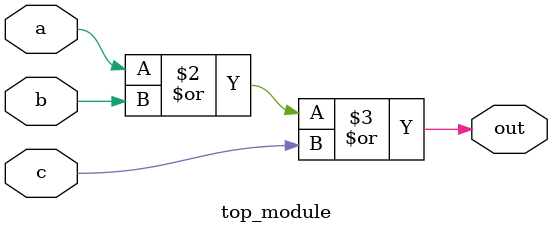
<source format=sv>
module top_module(
    input a,
    input b,
    input c,
    output reg out
);

always @(*)
begin
    out = a | b | c;
end

endmodule

</source>
